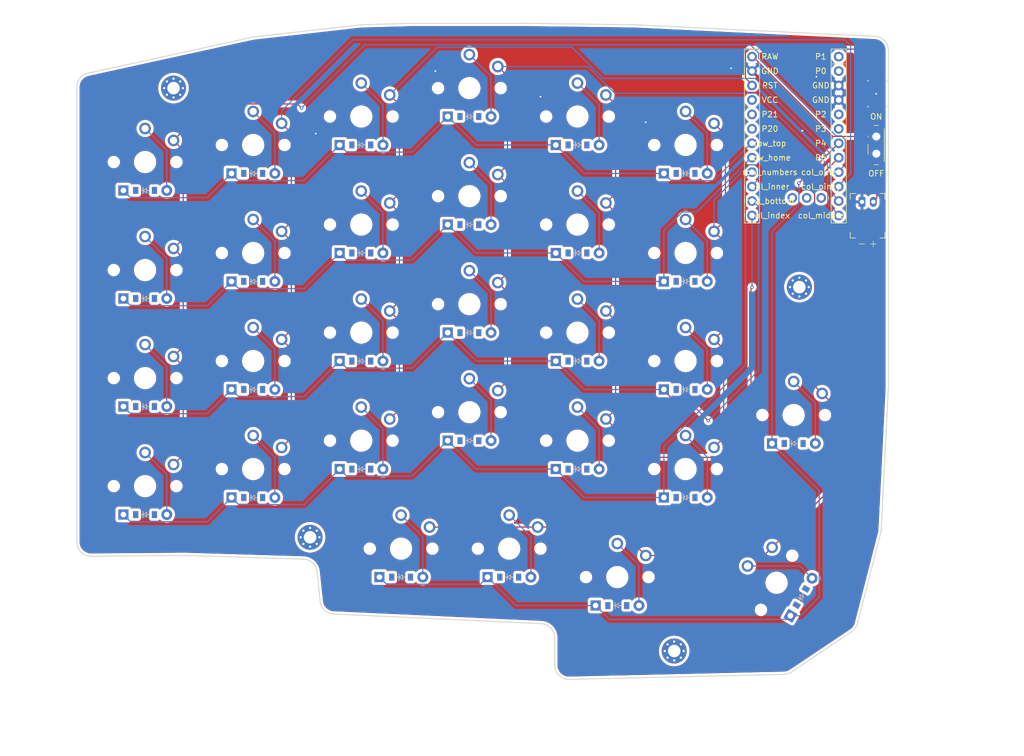
<source format=kicad_pcb>
(kicad_pcb (version 20241229) (generator "pcbnew") (generator_version "9.0")
  (title_block (title "proto") (date "2025-07-30") (rev "v1.0.0") (company "Unknown"))
  (layers (0 "F.Cu" signal) (2 "B.Cu" signal) (13 "F.Paste" user) (15 "B.Paste" user) (5 "F.SilkS" user "F.Silkscreen") (7 "B.SilkS" user "B.Silkscreen") (1 "F.Mask" user) (3 "B.Mask" user) (25 "Edge.Cuts" user))
  (net 0 "")
  (net 1 "outer_numbers")
  (net 2 "row_numbers")
  (net 3 "outer_bottom")
  (net 4 "row_bottom")
  (net 5 "outer_home")
  (net 6 "row_home")
  (net 7 "outer_top")
  (net 8 "row_top")
  (net 9 "pinky_numbers")
  (net 10 "pinky_bottom")
  (net 11 "pinky_home")
  (net 12 "pinky_top")
  (net 13 "ring_numbers")
  (net 14 "ring_bottom")
  (net 15 "ring_home")
  (net 16 "ring_top")
  (net 17 "middle_numbers")
  (net 18 "middle_bottom")
  (net 19 "middle_home")
  (net 20 "middle_top")
  (net 21 "index_numbers")
  (net 22 "index_bottom")
  (net 23 "index_home")
  (net 24 "index_top")
  (net 25 "inner_numbers")
  (net 26 "inner_bottom")
  (net 27 "inner_home")
  (net 28 "inner_top")
  (net 29 "left_only")
  (net 30 "extra_row")
  (net 31 "center_only")
  (net 32 "right_only")
  (net 33 "macro_key")
  (net 34 "extra_key")
  (net 35 "col_outer")
  (net 36 "col_pinky")
  (net 37 "col_ring")
  (net 38 "col_middle")
  (net 39 "col_index")
  (net 40 "col_inner")
  (net 41 "extra_col")
  (net 42 "RAW")
  (net 43 "GND")
  (net 44 "RST")
  (net 45 "VCC")
  (net 46 "P21")
  (net 47 "P20")
  (net 48 "P1")
  (net 49 "P0")
  (net 50 "P2")
  (net 51 "P3")
  (net 52 "P107")
  (net 53 "BAT_P")
  (net 54 "p1.02")
  (net 55 "0.1.01")
  (footprint "ComboDiode" (layer "F.Cu") (at 161 125)
    (property "Reference" "D21" (hide yes))
    (property "Value" "" (hide yes))
  )
  (footprint "ceoloide:power_switch_smd_side" (layer "F.Cu") (at 194.5 63.015949)
    (property "Reference" "PWR1" (hide yes))
    (property "Value" "")
  )
  (footprint "PG1350" (layer "F.Cu") (at 123 72)
    (property "Reference" "S15" (hide yes))
    (property "Value" "" (hide yes))
  )
  (footprint "PG1350" (layer "F.Cu") (at 85 120)
    (property "Reference" "S5" (hide yes))
    (property "Value" "" (hide yes))
  )
  (footprint "ComboDiode" (layer "F.Cu") (at 142 120)
    (property "Reference" "D17" (hide yes))
    (property "Value" "" (hide yes))
  )
  (footprint "ComboDiode" (layer "F.Cu") (at 104 82)
    (property "Reference" "D11" (hide yes))
    (property "Value" "" (hide yes))
  )
  (footprint "ceoloide:reset_switch_smd_side" (layer "F.Cu") (at 194.738878 53.973887 -90)
    (property "Reference" "RST1" (hide yes))
    (property "Value" "")
  )
  (footprint "ComboDiode" (layer "F.Cu") (at 66 109)
    (property "Reference" "D2" (hide yes))
    (property "Value" "" (hide yes))
  )
  (footprint "PG1350" (layer "F.Cu") (at 104 115)
    (property "Reference" "S9" (hide yes))
    (property "Value" "" (hide yes))
  )
  (footprint "PG1350" (layer "F.Cu") (at 142 77)
    (property "Reference" "S19" (hide yes))
    (property "Value" "" (hide yes))
  )
  (footprint "MountingHole_2.2mm_M2_Pad_Via" (layer "F.Cu") (at 159 152)
    (property "Reference" "_3" (hide yes))
    (property "Value" "")
  )
  (footprint "ComboDiode" (layer "F.Cu") (at 149 144)
    (property "Reference" "D27" (hide yes))
    (property "Value" "" (hide yes))
  )
  (footprint "PG1350" (layer "F.Cu") (at 123 110)
    (property "Reference" "S13" (hide yes))
    (property "Value" "" (hide yes))
  )
  (footprint "PG1350" (layer "F.Cu") (at 66 104)
    (property "Reference" "S2" (hide yes))
    (property "Value" "" (hide yes))
  )
  (footprint "ComboDiode" (layer "F.Cu") (at 161 87)
    (property "Reference" "D23" (hide yes))
    (property "Value" "" (hide yes))
  )
  (footprint "ceoloide:battery_connector_jst_ph_2" (layer "F.Cu") (at 193 73)
    (property "Reference" "JST1" (hide yes))
    (property "Value" "")
  )
  (footprint "MountingHole_2.2mm_M2_Pad_Via" (layer "F.Cu") (at 71 53)
    (property "Reference" "_1" (hide yes))
    (property "Value" "")
  )
  (footprint "MountingHole_2.2mm_M2_Pad_Via" (layer "F.Cu") (at 181 88)
    (property "Reference" "_2" (hide yes))
    (property "Value" "")
  )
  (footprint "PG1350" (layer "F.Cu") (at 177 140 60)
    (property "Reference" "S28" (hide yes))
    (property "Value" "" (hide yes))
  )
  (footprint "ComboDiode" (layer "F.Cu") (at 85 87)
    (property "Reference" "D7" (hide yes))
    (property "Value" "" (hide yes))
  )
  (footprint "PG1350" (layer "F.Cu") (at 149 139)
    (property "Reference" "S27" (hide yes))
    (property "Value" "" (hide yes))
  )
  (footprint "PG1350" (layer "F.Cu") (at 111 134)
    (property "Reference" "S25" (hide yes))
    (property "Value" "" (hide yes))
  )
  (footprint "PG1350" (layer "F.Cu") (at 104 96)
    (property "Reference" "S10" (hide yes))
    (property "Value" "" (hide yes))
  )
  (footprint "ComboDiode" (layer "F.Cu") (at 161 68)
    (property "Reference" "D24" (hide yes))
    (property "Value" "" (hide yes))
  )
  (footprint "ComboDiode" (layer "F.Cu") (at 85 125)
    (property "Reference" "D5" (hide yes))
    (property "Value" "" (hide yes))
  )
  (footprint "ComboDiode" (layer "F.Cu") (at 85 68)
    (property "Reference" "D8" (hide yes))
    (property "Value" "" (hide yes))
  )
  (footprint "ComboDiode" (layer "F.Cu") (at 104 101)
    (property "Reference" "D10" (hide yes))
    (property "Value" "" (hide yes))
  )
  (footprint "PG1350" (layer "F.Cu") (at 161 120)
    (property "Reference" "S21" (hide yes))
    (property "Value" "" (hide yes))
  )
  (footprint "PG1350" (layer "F.Cu") (at 66 66)
    (property "Reference" "S4" (hide yes))
    (property "Value" "" (hide yes))
  )
  (footprint "PG1350" (layer "F.Cu") (at 142 115)
    (property "Reference" "S17" (hide yes))
    (property "Value" "" (hide yes))
  )
  (footprint "ComboDiode" (layer "F.Cu") (at 104 120)
    (property "Reference" "D9" (hide yes))
    (property "Value" "" (hide yes))
  )
  (footprint "ComboDiode" (layer "F.Cu") (at 66 128)
    (property "Reference" "D1" (hide yes))
    (property "Value" "" (hide yes))
  )
  (footprint "PG1350" (layer "F.Cu") (at 142 96)
    (property "Reference" "S18" (hide yes))
    (property "Value" "" (hide yes))
  )
  (footprint "PG1350" (layer "F.Cu") (at 85 82)
    (property "Reference" "S7" (hide yes))
    (property "Value" "" (hide yes))
  )
  (footprint "ComboDiode" (layer "F.Cu") (at 161 106)
    (property "Reference" "D22" (hide yes))
    (property "Value" "" (hide yes))
  )
  (footprint "PG1350" (layer "F.Cu") (at 104 77)
    (property "Reference" "S11" (hide yes))
    (property "Value" "" (hide yes))
  )
  (footprint "ComboDiode" (layer "F.Cu") (at 66 71)
    (property "Reference" "D4" (hide yes))
    (property "Value" "" (hide yes))
  )
  (footprint "PG1350" (layer "F.Cu") (at 161 101)
    (property "Reference" "S22" (hide yes))
    (property "Value" "" (hide yes))
  )
  (footprint "PG1350" (layer "F.Cu") (at 104 58)
    (property "Reference" "S12" (hide yes))
    (property "Value" "" (hide yes))
  )
  (footprint "ceoloide:mcu_supermini_nrf52840" (layer "F.Cu") (at 180.3 60.16)
    (property "Reference" "MCU1" (hide yes))
    (property "Value" "")
  )
  (footprint "PG1350" (layer "F.Cu") (at 123 53)
    (property "Reference" "S16" (hide yes))
    (property "Value" "" (hide yes))
  )
  (footprint "MountingHole_2.2mm_M2_Pad_Via" (layer "F.Cu") (at 95 132)
    (property "Reference" "_4" (hide yes))
    (property "Value" "")
  )
  (footprint "ComboDiode" (layer "F.Cu") (at 181.330127 142.5 60)
    (property "Reference" "D28" (hide yes))
    (property "Value" "" (hide yes))
  )
  (footprint "ComboDiode" (layer "F.Cu") (at 104 63)
    (property "Reference" "D12" (hide yes))
    (property "Value" "" (hide yes))
  )
  (footprint "PG1350" (layer "F.Cu") (at 130 134)
    (property "Reference" "S26" (hide yes))
    (property "Value" "" (hide yes))
  )
  (footprint "ComboDiode" (layer "F.Cu") (at 123 96)
    (property "Reference" "D14" (hide yes))
    (property "Value" "" (hide yes))
  )
  (footprint "PG1350" (layer "F.Cu") (at 180 110.5)
    (property "Reference" "S29" (hide yes))
    (property "Value" "" (hide yes))
  )
  (footprint "PG1350" (layer "F.Cu") (at 66 85)
    (property "Reference" "S3" (hide yes))
    (property "Value" "" (hide yes))
  )
  (footprint "ComboDiode" (layer "F.Cu") (at 123 115)
    (property "Reference" "D13" (hide yes))
    (property "Value" "" (hide yes))
  )
  (footprint "PG1350" (layer "F.Cu") (at 85 101)
    (property "Reference" "S6" (hide yes))
    (property "Value" "" (hide yes))
  )
  (footprint "ComboDiode" (layer "F.Cu") (at 123 58)
    (property "Reference" "D16" (hide yes))
    (property "Value" "" (hide yes))
  )
  (footprint "ComboDiode" (layer "F.Cu") (at 142 82)
    (property "Reference" "D19" (hide yes))
    (property "Value" "" (hide yes))
  )
  (footprint "PG1350" (layer "F.Cu") (at 66 123)
    (property "Reference" "S1" (hide yes))
    (property "Value" "" (hide yes))
  )
  (footprint "ComboDiode" (layer "F.Cu") (at 180 115.5)
    (property "Reference" "D29" (hide yes))
    (property "Value" "" (hide yes))
  )
  (footprint "ComboDiode" (layer "F.Cu") (at 123 77)
    (property "Reference" "D15" (hide yes))
    (property "Value" "" (hide yes))
  )
  (footprint "ComboDiode" (layer "F.Cu") (at 130 139)
    (property "Reference" "D26" (hide yes))
    (property "Value" "" (hide yes))
  )
  (footprint "PG1350" (layer "F.Cu") (at 123 91)
    (property "Reference" "S14" (hide yes))
    (property "Value" "" (hide yes))
  )
  (footprint "ComboDiode" (layer "F.Cu") (at 111 139)
    (property "Reference" "D25" (hide yes))
    (property "Value" "" (hide yes))
  )
  (footprint "ComboDiode" (layer "F.Cu") (at 85 106)
    (property "Reference" "D6" (hide yes))
    (property "Value" "" (hide yes))
  )
  (footprint "PG1350" (layer "F.Cu") (at 161 63)
    (property "Reference" "S24" (hide yes))
    (property "Value" "" (hide yes))
  )
  (footprint "ComboDiode" (layer "F.Cu") (at 66 90)
    (property "Reference" "D3" (hide yes))
    (property "Value" "" (hide yes))
  )
  (footprint "PG1350" (layer "F.Cu") (at 85 63)
    (property "Reference" "S8" (hide yes))
    (property "Value" "" (hide yes))
  )
  (footprint "ComboDiode" (layer "F.Cu") (at 142 63)
    (property "Reference" "D20" (hide yes))
    (property "Value" "" (hide yes))
  )
  (footprint "PG1350" (layer "F.Cu") (at 161 82)
    (property "Reference" "S23" (hide yes))
    (property "Value" "" (hide yes))
  )
  (footprint "ComboDiode" (layer "F.Cu") (at 142 101)
    (property "Reference" "D18" (hide yes))
    (property "Value" "" (hide yes))
  )
  (footprint "PG1350" (layer "F.Cu") (at 142 58)
    (property "Reference" "S20" (hide yes))
    (property "Value" "" (hide yes))
  )
  (gr_arc (start 54 52.811052) (mid 54.552036 51.244069) (end 55.964348 50.369111) (stroke (width 0.15)) (layer "Edge.Cuts"))
  (gr_arc (start 135.61573 147.189509) (mid 137.30821 147.960465) (end 138 149.686829) (stroke (width 0.15)) (layer "Edge.Cuts"))
  (gr_line (start 138 154.491402) (end 138 149.686829) (stroke (width 0.15)) (layer "Edge.Cuts"))
  (gr_line (start 54 132.830185) (end 54 52.811052) (stroke (width 0.15)) (layer "Edge.Cuts"))
  (gr_line (start 135.615729 147.189509) (end 99.145674 145.499434) (stroke (width 0.15)) (layer "Edge.Cuts"))
  (gr_arc (start 112.965299 41.600964) (mid 113.000005 41.600241) (end 113.034717 41.6) (stroke (width 0.15)) (layer "Edge.Cuts"))
  (gr_line (start 96.77514 143.263826) (end 96.228498 138.070731) (stroke (width 0.15)) (layer "Edge.Cuts"))
  (gr_line (start 93.818286 135.8336) (end 73.047883 135.201457) (stroke (width 0.15)) (layer "Edge.Cuts"))
  (gr_line (start 113.034717 41.6) (end 132.983555 41.6) (stroke (width 0.15)) (layer "Edge.Cuts"))
  (gr_arc (start 195.385409 130.726362) (mid 195.360208 130.97567) (end 195.310184 131.221206) (stroke (width 0.15)) (layer "Edge.Cuts"))
  (gr_arc (start 93.818286 135.8336) (mid 95.442982 136.500111) (end 96.228498 138.070731) (stroke (width 0.15)) (layer "Edge.Cuts"))
  (gr_arc (start 140.557911 156.990731) (mid 138.752827 156.279526) (end 138 154.491402) (stroke (width 0.15)) (layer "Edge.Cuts"))
  (gr_arc (start 196.65 105.686751) (mid 196.649199 105.74998) (end 196.646802 105.813168) (stroke (width 0.15)) (layer "Edge.Cuts"))
  (gr_arc (start 56.519736 135.330107) (mid 54.739224 134.604916) (end 54 132.830185) (stroke (width 0.15)) (layer "Edge.Cuts"))
  (gr_arc (start 132.983555 41.6) (mid 133.000001 41.600054) (end 133.016447 41.600216) (stroke (width 0.15)) (layer "Edge.Cuts"))
  (gr_line (start 178.272092 156.116866) (end 140.557911 156.990731) (stroke (width 0.15)) (layer "Edge.Cuts"))
  (gr_line (start 196.646802 105.813168) (end 195.385409 130.726362) (stroke (width 0.15)) (layer "Edge.Cuts"))
  (gr_line (start 195.310184 131.221206) (end 191.223597 147.150093) (stroke (width 0.15)) (layer "Edge.Cuts"))
  (gr_line (start 196.65 46.382516) (end 196.65 105.686751) (stroke (width 0.15)) (layer "Edge.Cuts"))
  (gr_line (start 72.952095 135.200378) (end 56.519736 135.330107) (stroke (width 0.15)) (layer "Edge.Cuts"))
  (gr_line (start 190.192862 148.606224) (end 179.605023 155.694929) (stroke (width 0.15)) (layer "Edge.Cuts"))
  (gr_line (start 133.016447 41.600216) (end 151.956302 41.849425) (stroke (width 0.15)) (layer "Edge.Cuts"))
  (gr_arc (start 72.952095 135.200378) (mid 72.999994 135.200459) (end 73.047883 135.201457) (stroke (width 0.15)) (layer "Edge.Cuts"))
  (gr_arc (start 194.270242 43.885409) (mid 195.959774 44.657786) (end 196.65 46.382516) (stroke (width 0.15)) (layer "Edge.Cuts"))
  (gr_arc (start 179.605023 155.694929) (mid 178.968652 156.000964) (end 178.272092 156.116866) (stroke (width 0.15)) (layer "Edge.Cuts"))
  (gr_arc (start 99.145674 145.499434) (mid 97.546149 144.820886) (end 96.77514 143.263826) (stroke (width 0.15)) (layer "Edge.Cuts"))
  (gr_line (start 152.043652 41.852102) (end 194.270241 43.885409) (stroke (width 0.15)) (layer "Edge.Cuts"))
  (gr_arc (start 84.873815 44.027679) (mid 85.000546 44.003293) (end 85.128366 43.985474) (stroke (width 0.15)) (layer "Edge.Cuts"))
  (gr_line (start 104.106157 41.847051) (end 112.9653 41.600964) (stroke (width 0.15)) (layer "Edge.Cuts"))
  (gr_arc (start 191.223597 147.150093) (mid 190.842533 147.973225) (end 190.192862 148.606224) (stroke (width 0.15)) (layer "Edge.Cuts"))
  (gr_line (start 85.128366 43.985474) (end 103.894474 41.861941) (stroke (width 0.15)) (layer "Edge.Cuts"))
  (gr_arc (start 103.894474 41.861941) (mid 104.000157 41.852248) (end 104.106157 41.847051) (stroke (width 0.15)) (layer "Edge.Cuts"))
  (gr_arc (start 151.956302 41.849425) (mid 151.999989 41.850381) (end 152.043652 41.852102) (stroke (width 0.15)) (layer "Edge.Cuts"))
  (gr_line (start 55.964348 50.369111) (end 84.873815 44.027679) (stroke (width 0.15)) (layer "Edge.Cuts"))
  (segment (start 66 117.1) (end 69.81 120.91) (width 0.2) (layer "B.Cu") (net 1))
  (segment (start 69.81 120.91) (end 69.81 128) (width 0.2) (layer "B.Cu") (net 1))
  (segment (start 138.19 120) (end 143.19 125) (width 0.2) (layer "B.Cu") (net 2))
  (segment (start 63.4435 129.2535) (end 76.9365 129.2535) (width 0.2) (layer "B.Cu") (net 2))
  (segment (start 143.19 125) (end 157.19 125) (width 0.2) (layer "B.Cu") (net 2))
  (segment (start 124.19 120) (end 138.19 120) (width 0.2) (layer "B.Cu") (net 2))
  (segment (start 81.19 125) (end 82.4435 126.2535) (width 0.2) (layer "B.Cu") (net 2))
  (segment (start 171.529 101.70848) (end 157.19 116.04748) (width 0.2) (layer "B.Cu") (net 2))
  (segment (start 100.19 120) (end 101.4435 121.2535) (width 0.2) (layer "B.Cu") (net 2))
  (segment (start 172.68 67.62) (end 171.529 68.771) (width 0.2) (layer "B.Cu") (net 2))
  (segment (start 93.9365 126.2535) (end 100.19 120) (width 0.2) (layer "B.Cu") (net 2))
  (segment (start 101.4435 121.2535) (end 112.9365 121.2535) (width 0.2) (layer "B.Cu") (net 2))
  (segment (start 157.19 116.04748) (end 157.19 125) (width 0.2) (layer "B.Cu") (net 2))
  (segment (start 76.9365 129.2535) (end 81.19 125) (width 0.2) (layer "B.Cu") (net 2))
  (segment (start 171.529 68.771) (end 171.529 101.70848) (width 0.2) (layer "B.Cu") (net 2))
  (segment (start 62.19 128) (end 63.4435 129.2535) (width 0.2) (layer "B.Cu") (net 2))
  (segment (start 112.9365 121.2535) (end 119.19 115) (width 0.2) (layer "B.Cu") (net 2))
  (segment (start 119.19 115) (end 124.19 120) (width 0.2) (layer "B.Cu") (net 2))
  (segment (start 82.4435 126.2535) (end 93.9365 126.2535) (width 0.2) (layer "B.Cu") (net 2))
  (segment (start 66 98.1) (end 69.81 101.91) (width 0.2) (layer "B.Cu") (net 3))
  (segment (start 69.81 101.91) (end 69.81 109) (width 0.2) (layer "B.Cu") (net 3))
  (segment (start 158.5 107.5) (end 157.19 106.19) (width 0.2) (layer "F.Cu") (net 4))
  (segment (start 161 107.5) (end 158.5 107.5) (width 0.2) (layer "F.Cu") (net 4))
  (segment (start 165 111.5) (end 161 107.5) (width 0.2) (layer "F.Cu") (net 4))
  (segment (start 157.19 106.19) (end 157.19 106) (width 0.2) (layer "F.Cu") (net 4))
  (via (at 165 111.5) (size 0.6) (drill 0.3) (layers "F.Cu" "B.Cu") (net 4))
  (segment (start 173.831 102.669) (end 165 111.5) (width 0.2) (layer "B.Cu") (net 4))
  (segment (start 124.19 101) (end 138.19 101) (width 0.2) (layer "B.Cu") (net 4))
  (segment (start 100.19 101) (end 101.4435 102.2535) (width 0.2) (layer "B.Cu") (net 4))
  (segment (start 93.9365 107.2535) (end 100.19 101) (width 0.2) (layer "B.Cu") (net 4))
  (segment (start 112.9365 102.2535) (end 119.19 96) (width 0.2) (layer "B.Cu") (net 4))
  (segment (start 173.831 73.851) (end 173.831 102.669) (width 0.2) (layer "B.Cu") (net 4))
  (segment (start 62.19 109) (end 63.4435 110.2535) (width 0.2) (layer "B.Cu") (net 4))
  (segment (start 81.19 106) (end 82.4435 107.2535) (width 0.2) (layer "B.Cu") (net 4))
  (segment (start 138.19 101) (end 143.19 106) (width 0.2) (layer "B.Cu") (net 4))
  (segment (start 63.4435 110.2535) (end 76.9365 110.2535) (width 0.2) (layer "B.Cu") (net 4))
  (segment (start 172.68 72.7) (end 173.831 73.851) (width 0.2) (layer "B.Cu") (net 4))
  (segment (start 76.9365 110.2535) (end 81.19 106) (width 0.2) (layer "B.Cu") (net 4))
  (segment (start 82.4435 107.2535) (end 93.9365 107.2535) (width 0.2) (layer "B.Cu") (net 4))
  (segment (start 143.19 106) (end 157.19 106) (width 0.2) (layer "B.Cu") (net 4))
  (segment (start 119.19 96) (end 124.19 101) (width 0.2) (layer "B.Cu") (net 4))
  (segment (start 101.4435 102.2535) (end 112.9365 102.2535) (width 0.2) (layer "B.Cu") (net 4))
  (segment (start 69.81 82.91) (end 69.81 90) (width 0.2) (layer "B.Cu") (net 5))
  (segment (start 66 79.1) (end 69.81 82.91) (width 0.2) (layer "B.Cu") (net 5))
  (segment (start 112.9365 83.2535) (end 119.19 77) (width 0.2) (layer "B.Cu") (net 6))
  (segment (start 100.19 82) (end 101.4435 83.2535) (width 0.2) (layer "B.Cu") (net 6))
  (segment (start 157.19 78.04748) (end 157.19 87) (width 0.2) (layer "B.Cu") (net 6))
  (segment (start 76.9365 91.2535) (end 81.19 87) (width 0.2) (layer "B.Cu") (net 6))
  (segment (start 143.19 87) (end 157.19 87) (width 0.2) (layer "B.Cu") (net 6))
  (segment (start 138.19 82) (end 143.19 87) (width 0.2) (layer "B.Cu") (net 6))
  (segment (start 119.19 77) (end 124.19 82) (width 0.2) (layer "B.Cu") (net 6))
  (segment (start 160.45448 74.783) (end 157.19 78.04748) (width 0.2) (layer "B.Cu") (net 6))
  (segment (start 93.9365 88.2535) (end 100.19 82) (width 0.2) (layer "B.Cu") (net 6))
  (segment (start 101.4435 83.2535) (end 112.9365 83.2535) (width 0.2) (layer "B.Cu") (net 6))
  (segment (start 162.977 74.783) (end 160.45448 74.783) (width 0.2) (layer "B.Cu") (net 6))
  (segment (start 82.4435 88.2535) (end 93.9365 88.2535) (width 0.2) (layer "B.Cu") (net 6))
  (segment (start 124.19 82) (end 138.19 82) (width 0.2) (layer "B.Cu") (net 6))
  (segment (start 172.68 65.08) (end 162.977 74.783) (width 0.2) (layer "B.Cu") (net 6))
  (segment (start 62.19 90) (end 63.4435 91.2535) (width 0.2) (layer "B.Cu") (net 6))
  (segment (start 63.4435 91.2535) (end 76.9365 91.2535) (width 0.2) (layer "B.Cu") (net 6))
  (segment (start 81.19 87) (end 82.4435 88.2535) (width 0.2) (layer "B.Cu") (net 6))
  (segment (start 66 60.1) (end 69.81 63.91) (width 0.2) (layer "B.Cu") (net 7))
  (segment (start 69.81 63.91) (end 69.81 71) (width 0.2) (layer "B.Cu") (net 7))
  (segment (start 82.4435 69.2535) (end 93.9365 69.2535) (width 0.2) (layer "B.Cu") (net 8))
  (segment (start 157.19 68) (end 158.4435 69.2535) (width 0.2) (layer "B.Cu") (net 8))
  (segment (start 143.19 68) (end 157.19 68) (width 0.2) (layer "B.Cu") (net 8))
  (segment (start 100.19 63) (end 101.4435 64.2535) (width 0.2) (layer "B.Cu") (net 8))
  (segment (start 63.4435 72.2535) (end 76.9365 72.2535) (width 0.2) (layer "B.Cu") (net 8))
  (segment (start 138.19 63) (end 143.19 68) (width 0.2) (layer "B.Cu") (net 8))
  (segment (start 81.19 68) (end 82.4435 69.2535) (width 0.2) (layer "B.Cu") (net 8))
  (segment (start 165.9665 69.2535) (end 172.68 62.54) (width 0.2) (layer "B.Cu") (net 8))
  (segment (start 112.9365 64.2535) (end 119.19 58) (width 0.2) (layer "B.Cu") (net 8))
  (segment (start 124.19 63) (end 138.19 63) (width 0.2) (layer "B.Cu") (net 8))
  (segment (start 76.9365 72.2535) (end 81.19 68) (width 0.2) (layer "B.Cu") (net 8))
  (segment (start 158.4435 69.2535) (end 165.9665 69.2535) (width 0.2) (layer "B.Cu") (net 8))
  (segment (start 62.19 71) (end 63.4435 72.2535) (width 0.2) (layer "B.Cu") (net 8))
  (segment (start 93.9365 69.2535) (end 100.19 63) (width 0.2) (layer "B.Cu") (net 8))
  (segment (start 101.4435 64.2535) (end 112.9365 64.2535) (width 0.2) (layer "B.Cu") (net 8))
  (segment (start 119.19 58) (end 124.19 63) (width 0.2) (layer "B.Cu") (net 8))
  (segment (start 88.81 117.91) (end 88.81 125) (width 0.2) (layer "B.Cu") (net 9))
  (segment (start 85 114.1) (end 88.81 117.91) (width 0.2) (layer "B.Cu") (net 9))
  (segment (start 85 95.1) (end 88.81 98.91) (width 0.2) (layer "B.Cu") (net 10))
  (segment (start 88.81 98.91) (end 88.81 106) (width 0.2) (layer "B.Cu") (net 10))
  (segment (start 85 76.1) (end 88.81 79.91) (width 0.2) (layer "B.Cu") (net 11))
  (segment (start 88.81 79.91) (end 88.81 87) (width 0.2) (layer "B.Cu") (net 11))
  (segment (start 88.81 60.91) (end 88.81 68) (width 0.2) (layer "B.Cu") (net 12))
  (segment (start 85 57.1) (end 88.81 60.91) (width 0.2) (layer "B.Cu") (net 12))
  (segment (start 104 109.1) (end 107.81 112.91) (width 0.2) (layer "B.Cu") (net 13))
  (segment (start 107.81 112.91) (end 107.81 120) (width 0.2) (layer "B.Cu") (net 13))
  (segment (start 104 90.1) (end 107.81 93.91) (width 0.2) (layer "B.Cu") (net 14))
  (segment (start 107.81 93.91) (end 107.81 101) (width 0.2) (layer "B.Cu") (net 14))
  (segment (start 104 71.1) (end 107.81 74.91) (width 0.2) (layer "B.Cu") (net 15))
  (segment (start 107.81 74.91) (end 107.81 82) (width 0.2) (layer "B.Cu") (net 15))
  (segment (start 107.81 55.91) (end 107.81 63) (width 0.2) (layer "B.Cu") (net 16))
  (segment (start 104 52.1) (end 107.81 55.91) (width 0.2) (layer "B.Cu") (net 16))
  (segment (start 126.81 107.91) (end 126.81 115) (width 0.2) (layer "B.Cu") (net 17))
  (segment (start 123 104.1) (end 126.81 107.91) (width 0.2) (layer "B.Cu") (net 17))
  (segment (start 126.81 88.91) (end 126.81 96) (width 0.2) (layer "B.Cu") (net 18))
  (segment (start 123 85.1) (end 126.81 88.91) (width 0.2) (layer "B.Cu") (net 18))
  (segment (start 123 66.1) (end 126.81 69.91) (width 0.2) (layer "B.Cu") (net 19))
  (segment (start 126.81 69.91) (end 126.81 77) (width 0.2) (layer "B.Cu") (net 19))
  (segment (start 126.81 50.91) (end 126.81 58) (width 0.2) (layer "B.Cu") (net 20))
  (segment (start 123 47.1) (end 126.81 50.91) (width 0.2) (layer "B.Cu") (net 20))
  (segment (start 145.81 112.91) (end 145.81 120) (width 0.2) (layer "B.Cu") (net 21))
  (segment (start 142 109.1) (end 145.81 112.91) (width 0.2) (layer "B.Cu") (net 21))
  (segment (start 145.81 93.91) (end 145.81 101) (width 0.2) (layer "B.Cu") (net 22))
  (segment (start 142 90.1) (end 145.81 93.91) (width 0.2) (layer "B.Cu") (net 22))
  (segment (start 145.81 74.91) (end 145.81 82) (width 0.2) (layer "B.Cu") (net 23))
  (segment (start 142 71.1) (end 145.81 74.91) (width 0.2) (layer "B.Cu") (net 23))
  (segment (start 145.81 55.91) (end 145.81 63) (width 0.2) (layer "B.Cu") (net 24))
  (segment (start 142 52.1) (end 145.81 55.91) (width 0.2) (layer "B.Cu") (net 24))
  (segment (start 164.81 117.91) (end 164.81 125) (width 0.2) (layer "B.Cu") (net 25))
  (segment (start 161 114.1) (end 164.81 117.91) (width 0.2) (layer "B.Cu") (net 25))
  (segment (start 161 95.1) (end 164.81 98.91) (width 0.2) (layer "B.Cu") (net 26))
  (segment (start 164.81 98.91) (end 164.81 106) (width 0.2) (layer "B.Cu") (net 26))
  (segment (start 164.81 79.91) (end 164.81 87) (width 0.2) (layer "B.Cu") (net 27))
  (segment (start 161 76.1) (end 164.81 79.91) (width 0.2) (layer "B.Cu") (net 27))
  (segment (start 164.81 60.91) (end 164.81 68) (width 0.2) (layer "B.Cu") (net 28))
  (segment (start 161 57.1) (end 164.81 60.91) (width 0.2) (layer "B.Cu") (net 28))
  (segment (start 111 128.1) (end 114.81 131.91) (width 0.2) (layer "B.Cu") (net 29))
  (segment (start 114.81 131.91) (end 114.81 139) (width 0.2) (layer "B.Cu") (net 29))
  (segment (start 180.911 69.709) (end 187.92 62.7) (width 0.2) (layer "F.Cu") (net 30))
  (via (at 180.911 69.709) (size 0.6) (drill 0.3) (layers "F.Cu" "B.Cu") (net 30))
  (segment (start 126.19 139) (end 124.9365 140.2535) (width 0.2) (layer "B.Cu") (net 30))
  (segment (start 108.4435 140.2535) (end 107.19 139) (width 0.2) (layer "B.Cu") (net 30))
  (segment (start 179.425127 145.799557) (end 178.774334 146.45035) (width 0.2) (layer "B.Cu") (net 30))
  (segment (start 178.774334 146.45035) (end 147.64035 146.45035) (width 0.2) (layer "B.Cu") (net 30))
  (segment (start 124.9365 140.2535) (end 108.4435 140.2535) (width 0.2) (layer "B.Cu") (net 30))
  (segment (start 181.200443 145.799557) (end 184.488627 142.511373) (width 0.2) (layer "B.Cu") (net 30))
  (segment (start 145.19 144) (end 131.19 144) (width 0.2) (layer "B.Cu") (net 30))
  (segment (start 184.488627 142.511373) (end 184.488627 123.798627) (width 0.2) (layer "B.Cu") (net 30))
  (segment (start 179.425127 145.799557) (end 181.200443 145.799557) (width 0.2) (layer "B.Cu") (net 30))
  (segment (start 180.911 69.709) (end 180.911 73.5342) (width 0.2) (layer "B.Cu") (net 30))
  (segment (start 180.911 73.5342) (end 176.19 78.2552) (width 0.2) (layer "B.Cu") (net 30))
  (segment (start 184.488627 123.798627) (end 176.19 115.5) (width 0.2) (layer "B.Cu") (net 30))
  (segment (start 131.19 144) (end 126.19 139) (width 0.2) (layer "B.Cu") (net 30))
  (segment (start 147.64035 146.45035) (end 145.19 144) (width 0.2) (layer "B.Cu") (net 30))
  (segment (start 176.19 78.2552) (end 176.19 115.5) (width 0.2) (layer "B.Cu") (net 30))
  (segment (start 133.81 131.91) (end 133.81 139) (width 0.2) (layer "B.Cu") (net 31))
  (segment (start 130 128.1) (end 133.81 131.91) (width 0.2) (layer "B.Cu") (net 31))
  (segment (start 149 133.1) (end 152.81 136.91) (width 0.2) (layer "B.Cu") (net 32))
  (segment (start 152.81 136.91) (end 152.81 144) (width 0.2) (layer "B.Cu") (net 32))
  (segment (start 171.89045 137.05) (end 181.084684 137.05) (width 0.2) (layer "B.Cu") (net 33))
  (segment (start 181.084684 137.05) (end 183.235127 139.200443) (width 0.2) (layer "B.Cu") (net 33))
  (segment (start 183.81 108.41) (end 183.81 115.5) (width 0.2) (layer "B.Cu") (net 34))
  (segment (start 180 104.6) (end 183.81 108.41) (width 0.2) (layer "B.Cu") (net 34))
  (segment (start 72.7019 117.4981) (end 71 119.2) (width 0.2) (layer "F.Cu") (net 35))
  (segment (start 71 62.2) (end 72.7019 63.9019) (width 0.2) (layer "F.Cu") (net 35))
  (segment (start 72.7019 63.9019) (end 72.7019 79.4981) (width 0.2) (layer "F.Cu") (net 35))
  (segment (start 72.7019 101.9019) (end 72.7019 117.4981) (width 0.2) (layer "F.Cu") (net 35))
  (segment (start 71 100.2) (end 72.7019 101.9019) (width 0.2) (layer "F.Cu") (net 35))
  (segment (start 72.7019 79.4981) (end 71 81.2) (width 0.2) (layer "F.Cu") (net 35))
  (segment (start 77.417 55.783) (end 71 62.2) (width 0.2) (layer "F.Cu") (net 35))
  (segment (start 92.783 55.783) (end 77.417 55.783) (width 0.2) (layer "F.Cu") (net 35))
  (segment (start 93.5 56.5) (end 92.783 55.783) (width 0.2) (layer "F.Cu") (net 35))
  (segment (start 71 81.2) (end 72.7019 82.9019) (width 0.2) (layer "F.Cu") (net 35))
  (segment (start 72.7019 98.4981) (end 71 100.2) (width 0.2) (layer "F.Cu") (net 35))
  (segment (start 72.7019 82.9019) (end 72.7019 98.4981) (width 0.2) (layer "F.Cu") (net 35))
  (via (at 93.5 56.5) (size 0.6) (drill 0.3) (layers "F.Cu" "B.Cu") (net 35))
  (segment (start 173.831 47.77676) (end 173.831 46.82324) (width 0.2) (layer "B.Cu") (net 35))
  (segment (start 189.071 62.06324) (end 188.39676 61.389) (width 0.2) (layer "B.Cu") (net 35))
  (segment (start 104.618 45.382) (end 93.5 56.5) (width 0.2) (layer "B.Cu") (net 35))
  (segment (start 187.44324 61.389) (end 173.831 47.77676) (width 0.2) (layer "B.Cu") (net 35))
  (segment (start 188.39676 61.389) (end 187.44324 61.389) (width 0.2) (layer "B.Cu") (net 35))
  (segment (start 172.38976 45.382) (end 104.618 45.382) (width 0.2) (layer "B.Cu") (net 35))
  (segment (start 189.071 66.469) (end 189.071 62.06324) (width 0.2) (layer "B.Cu") (net 35))
  (segment (start 187.92 67.62) (end 189.071 66.469) (width 0.2) (layer "B.Cu") (net 35))
  (segment (start 173.831 46.82324) (end 172.38976 45.382) (width 0.2) (layer "B.Cu") (net 35))
  (segment (start 91.7019 95.4981) (end 90 97.2) (width 0.2) (layer "F.Cu") (net 36))
  (segment (start 90 97.2) (end 91.7019 98.9019) (width 0.2) (layer "F.Cu") (net 36))
  (segment (start 91.7019 60.9019) (end 91.7019 76.4981) (width 0.2) (layer "F.Cu") (net 36))
  (segment (start 91.7019 114.4981) (end 90 116.2) (width 0.2) (layer "F.Cu") (net 36))
  (segment (start 91.7019 79.9019) (end 91.7019 95.4981) (width 0.2) (layer "F.Cu") (net 36))
  (segment (start 90 59.2) (end 91.7019 60.9019) (width 0.2) (layer "F.Cu") (net 36))
  (segment (start 91.7019 98.9019) (end 91.7019 114.4981) (width 0.2) (layer "F.Cu") (net 36))
  (segment (start 90 78.2) (end 91.7019 79.9019) (width 0.2) (layer "F.Cu") (net 36))
  (segment (start 91.7019 76.4981) (end 90 78.2) (width 0.2) (layer "F.Cu") (net 36))
  (segment (start 190 45.5) (end 189 44.5) (width 0.2) (layer "B.Cu") (net 36))
  (segment (start 90 57) (end 90 59.2) (width 0.2) (layer "B.Cu") (net 36))
  (segment (start 187.92 70.16) (end 190 68.08) (width 0.2) (layer "B.Cu") (net 36))
  (segment (start 102.5 44.5) (end 90 57) (width 0.2) (layer "B.Cu") (net 36))
  (segment (start 189 44.5) (end 102.5 44.5) (width 0.2) (layer "B.Cu") (net 36))
  (segment (start 190 68.08) (end 190 45.5) (width 0.2) (layer "B.Cu") (net 36))
  (segment (start 109 73.2) (end 110.7019 74.9019) (width 0.2) (layer "F.Cu") (net 37))
  (segment (start 109 54.2) (end 110.7019 55.9019) (width 0.2) (layer "F.Cu") (net 37))
  (segment (start 110.7019 55.9019) (end 110.7019 71.4981) (width 0.2) (layer "F.Cu") (net 37))
  (segment (start 110.7019 93.9019) (end 110.7019 109.4981) (width 0.2) (layer "F.Cu") (net 37))
  (segment (start 110.7019 90.4981) (end 109 92.2) (width 0.2) (layer "F.Cu") (net 37))
  (segment (start 110.7019 71.4981) (end 109 73.2) (width 0.2) (layer "F.Cu") (net 37))
  (segment (start 110.7019 74.9019) (end 110.7019 90.4981) (width 0.2) (layer "F.Cu") (net 37))
  (segment (start 110.7019 109.4981) (end 109 111.2) (width 0.2) (layer "F.Cu") (net 37))
  (segment (start 109 92.2) (end 110.7019 93.9019) (width 0.2) (layer "F.Cu") (net 37))
  (segment (start 173.21306 51.2853) (end 146.51492 51.2853) (width 0.2) (layer "B.Cu") (net 37))
  (segment (start 117.417 45.783) (end 109 54.2) (width 0.2) (layer "B.Cu") (net 37))
  (segment (start 186.392 71.172) (end 186.392 64.46424) (width 0.2) (layer "B.Cu") (net 37))
  (segment (start 186.392 64.46424) (end 173.21306 51.2853) (width 0.2) (layer "B.Cu") (net 37))
  (segment (start 187.92 72.7) (end 186.392 71.172) (width 0.2) (layer "B.Cu") (net 37))
  (segment (start 141.01262 45.783) (end 117.417 45.783) (width 0.2) (layer "B.Cu") (net 37))
  (segment (start 146.51492 51.2853) (end 141.01262 45.783) (width 0.2) (layer "B.Cu") (net 37))
  (segment (start 129.7019 69.9019) (end 129.7019 85.4981) (width 0.2) (layer "F.Cu") (net 38))
  (segment (start 128 49.2) (end 129.7019 50.9019) (width 0.2) (layer "F.Cu") (net 38))
  (segment (start 129.7019 104.4981) (end 128 106.2) (width 0.2) (layer "F.Cu") (net 38))
  (segment (start 129.7019 88.9019) (end 129.7019 104.4981) (width 0.2) (layer "F.Cu") (net 38))
  (segment (start 128 87.2) (end 129.7019 88.9019) (width 0.2) (layer "F.Cu") (net 38))
  (segment (start 129.7019 85.4981) (end 128 87.2) (width 0.2) (layer "F.Cu") (net 38))
  (segment (start 129.7019 50.9019) (end 129.7019 66.4981) (width 0.2) (layer "F.Cu") (net 38))
  (segment (start 129.7019 66.4981) (end 128 68.2) (width 0.2) (layer "F.Cu") (net 38))
  (segment (start 128 68.2) (end 129.7019 69.9019) (width 0.2) (layer "F.Cu") (net 38))
  (segment (start 143.86252 49.2) (end 128 49.2) (width 0.2) (layer "B.Cu") (net 38))
  (segment (start 173.402372 53.902372) (end 148.564892 53.902372) (width 0.2) (layer "B.Cu") (net 38))
  (segment (start 185.991 73.311) (end 185.991 66.491) (width 0.2) (layer "B.Cu") (net 38))
  (segment (start 187.92 75.24) (end 185.991 73.311) (width 0.2) (layer "B.Cu") (net 38))
  (segment (start 185.991 66.491) (end 173.402372 53.902372) (width 0.2) (layer "B.Cu") (net 38))
  (segment (start 148.564892 53.902372) (end 143.86252 49.2) (width 0.2) (layer "B.Cu") (net 38))
  (segment (start 148.7019 109.4981) (end 147 111.2) (width 0.2) (layer "F.Cu") (net 39))
  (segment (start 148.7019 74.9019) (end 148.7019 90.4981) (width 0.2) (layer "F.Cu") (net 39))
  (segment (start 147 92.2) (end 148.7019 93.9019) (width 0.2) (layer "F.Cu") (net 39))
  (segment (start 172.5 88.18) (end 172.5 112.300257) (width 0.2) (layer "F.Cu") (net 39))
  (segment (start 148.7019 55.9019) (end 148.7019 71.4981) (width 0.2) (layer "F.Cu") (net 39))
  (segment (start 148.7019 90.4981) (end 147 92.2) (width 0.2) (layer "F.Cu") (net 39))
  (segment (start 148.7019 71.4981) (end 147 73.2) (width 0.2) (layer "F.Cu") (net 39))
  (segment (start 148.7019 93.9019) (end 148.7019 109.4981) (width 0.2) (layer "F.Cu") (net 39))
  (segment (start 153.7345 117.9345) (end 147 111.2) (width 0.2) (layer "F.Cu") (net 39))
  (segment (start 172.5 112.300257) (end 166.865757 117.9345) (width 0.2) (layer "F.Cu") (net 39))
  (segment (start 147 54.2) (end 148.7019 55.9019) (width 0.2) (layer "F.Cu") (net 39))
  (segment (start 166.865757 117.9345) (end 153.7345 117.9345) (width 0.2) (layer "F.Cu") (net 39))
  (segment (start 147 73.2) (end 148.7019 74.9019) (width 0.2) (layer "F.Cu") (net 39))
  (segment (start 172.68 88) (end 172.5 88.18) (width 0.2) (layer "F.Cu") (net 39))
  (via (at 172.68 88) (size 0.6) (drill 0.3) (layers "F.Cu" "B.Cu") (net 39))
  (segment (start 172.68 88) (end 172.68 75.24) (width 0.2) (layer "B.Cu") (net 39))
  (segment (start 167.7019 98.9019) (end 167.7019 114.4981) (width 0.2) (layer "F.Cu") (net 40))
  (segment (start 167.7019 114.4981) (end 166 116.2) (width 0.2) (layer "F.Cu") (net 40))
  (segment (start 166 78.2) (end 167.7019 79.9019) (width 0.2) (layer "F.Cu") (net 40))
  (segment (start 167.7019 79.9019) (end 167.7019 95.4981) (width 0.2) (layer "F.Cu") (net 40))
  (segment (start 168 61.2) (end 168 76.2) (width 0.2) (layer "F.Cu") (net 40))
  (segment (start 167.7019 95.4981) (end 166 97.2) (width 0.2) (layer "F.Cu") (net 40))
  (segment (start 166 59.2) (end 168 61.2) (width 0.2) (layer "F.Cu") (net 40))
  (segment (start 166 97.2) (end 167.7019 98.9019) (width 0.2) (layer "F.Cu") (net 40))
  (segment (start 168 76.2) (end 166 78.2) (width 0.2) (layer "F.Cu") (net 40))
  (segment (start 172.20324 66.469) (end 166 72.67224) (width 0.2) (layer "B.Cu") (net 40))
  (segment (start 173.15676 66.469) (end 172.20324 66.469) (width 0.2) (layer "B.Cu") (net 40))
  (segment (start 172.68 70.16) (end 173.831 69.009) (width 0.2) (layer "B.Cu") (net 40))
  (segment (start 173.831 67.14324) (end 173.15676 66.469) (width 0.2) (layer "B.Cu") (net 40))
  (segment (start 173.831 69.009) (end 173.831 67.14324) (width 0.2) (layer "B.Cu") (net 40))
  (segment (start 166 72.67224) (end 166 78.2) (width 0.2) (layer "B.Cu") (net 40))
  (segment (start 176.209103 133.769873) (end 174.778976 135.2) (width 0.2) (layer "F.Cu") (net 41))
  (segment (start 183.689 69.471) (end 187.92 65.24) (width 0.2) (layer "F.Cu") (net 41))
  (segment (start 185 106.7) (end 186.7019 108.4019) (width 0.2) (layer "F.Cu") (net 41))
  (segment (start 186.7019 123.277076) (end 176.209103 133.769873) (width 0.2) (layer "F.Cu") (net 41))
  (segment (start 135 130.2) (end 116 130.2) (width 0.2) (layer "F.Cu") (net 41))
  (segment (start 149 130.2) (end 135 130.2) (width 0.2) (layer "F.Cu") (net 41))
  (segment (start 154 135.2) (end 149 130.2) (width 0.2) (layer "F.Cu") (net 41))
  (segment (start 185 106.7) (end 183.689 105.389) (width 0.2) (layer "F.Cu") (net 41))
  (segment (start 174.778976 135.2) (end 154 135.2) (width 0.2) (layer "F.Cu") (net 41))
  (segment (start 183.689 105.389) (end 183.689 69.471) (width 0.2) (layer "F.Cu") (net 41))
  (segment (start 186.7019 108.4019) (end 186.7019 123.277076) (width 0.2) (layer "F.Cu") (net 41))
  (segment (start 184.84 106.54) (end 185 106.7) (width 0.2) (layer "B.Cu") (net 41))
  (segment (start 186.88 61.5) (end 191.5 61.5) (width 0.2) (layer "F.Cu") (net 42))
  (segment (start 172.68 47.3) (end 186.88 61.5) (width 0.2) (layer "F.Cu") (net 42))
  (segment (start 191.5 61.5) (end 192.25 62.25) (width 0.2) (layer "F.Cu") (net 42))
  (segment (start 192.25 62.25) (end 193.265 62.25) (width 0.2) (layer "F.Cu") (net 42))
  (segment (start 171.739844 53.739844) (end 169 51) (width 0.2) (layer "F.Cu") (net 43))
  (segment (start 187.92 54.92) (end 185 52) (width 0.2) (layer "F.Cu") (net 43))
  (segment (start 174 51.16) (end 174 53.128616) (width 0.2) (layer "F.Cu") (net 43))
  (segment (start 185 52) (end 185 51) (width 0.2) (layer "F.Cu") (net 43))
  (segment (start 185 51) (end 184 51) (width 0.2) (layer "F.Cu") (net 43))
  (segment (start 173.388772 53.739844) (end 171.739844 53.739844) (width 0.2) (layer "F.Cu") (net 43))
  (segment (start 187.92 52.38) (end 186.54 51) (width 0.2) (layer "F.Cu") (net 43))
  (segment (start 174 53.128616) (end 173.388772 53.739844) (width 0.2) (layer "F.Cu") (net 43))
  (segment (start 169 51) (end 169 49.5) (width 0.2) (layer "F.Cu") (net 43))
  (segment (start 186.54 51) (end 185 51) (width 0.2) (layer "F.Cu") (net 43))
  (segment (start 172.68 49.84) (end 174 51.16) (width 0.2) (layer "F.Cu") (net 43))
  (via (at 135.5 54.5) (size 0.6) (drill 0.3) (layers "F.Cu" "B.Cu") (net 43))
  (via (at 169 49.5) (size 0.6) (drill 0.3) (layers "F.Cu" "B.Cu") (net 43))
  (via (at 154 59) (size 0.6) (drill 0.3) (layers "F.Cu" "B.Cu") (net 43))
  (via (at 181.5 60.5) (size 0.6) (drill 0.3) (layers "F.Cu" "B.Cu") (net 43))
  (via (at 117 50) (size 0.6) (drill 0.3) (layers "F.Cu" "B.Cu") (net 43))
  (via (at 184 51) (size 0.6) (drill 0.3) (layers "F.Cu" "B.Cu") (net 43))
  (via (at 96 61) (size 0.6) (drill 0.3) (layers "F.Cu" "B.Cu") (net 43))
  (via (at 194.5 54) (size 0.6) (drill 0.3) (layers "F.Cu" "B.Cu") (net 43))
  (segment (start 186.54 51) (end 184 51) (width 0.2) (layer "B.Cu") (net 43))
  (segment (start 187.92 52.38) (end 186.54 51) (width 0.2) (layer "B.Cu") (net 43))
  (segment (start 187.92 54.92) (end 184 51) (width 0.2) (layer "B.Cu") (net 43))
  (segment (start 171.529 51.229) (end 172.68 52.38) (width 0.2) (layer "F.Cu") (net 44))
  (segment (start 190.624 46.149) (end 172.20324 46.149) (width 0.2) (layer "F.Cu") (net 44))
  (segment (start 195.85 51.375) (end 190.624 46.149) (width 0.2) (layer "F.Cu") (net 44))
  (segment (start 171.529 46.82324) (end 171.529 51.229) (width 0.2) (layer "F.Cu") (net 44))
  (segment (start 195.85 51.375) (end 195.85 56.625) (width 0.2) (layer "F.Cu") (net 44))
  (segment (start 172.20324 46.149) (end 171.529 46.82324) (width 0.2) (layer "F.Cu") (net 44))
  (segment (start 195.356785 60.699) (end 195.826 61.168215) (width 0.2) (layer "F.Cu") (net 53))
  (segment (start 195.826 61.168215) (end 195.826 64.674) (width 0.2) (layer "F.Cu") (net 53))
  (segment (start 194.616 65.884) (end 194.616 72.384) (width 0.2) (layer "F.Cu") (net 53))
  (segment (start 194.616 72.384) (end 194 73) (width 0.2) (layer "F.Cu") (net 53))
  (segment (start 193.316 60.699) (end 195.356785 60.699) (width 0.2) (layer "F.Cu") (net 53))
  (segment (start 195.826 64.674) (end 194.616 65.884) (width 0.2) (layer "F.Cu") (net 53))
  (segment (start 193.265 60.75) (end 193.316 60.699) (width 0.2) (layer "F.Cu") (net 53))
  (segment (start 182.3 72.3052) (end 182.14 72.3052) (width 0.2) (layer "B.Cu") (net 54))
  (zone (net 43) (net_name "GND") (layers "F.Cu" "B.Cu") (connect_pads (clearance 0.5)) (min_thickness 0.25) (fill yes (thermal_gap 0.5) (thermal_bridge_width 0.5))
    (polygon (pts (xy 40.5 37.5) (xy 219 38) (xy 220.5 170.5) (xy 43.5 164.5) (xy 41 37.5)))
  )
)
</source>
